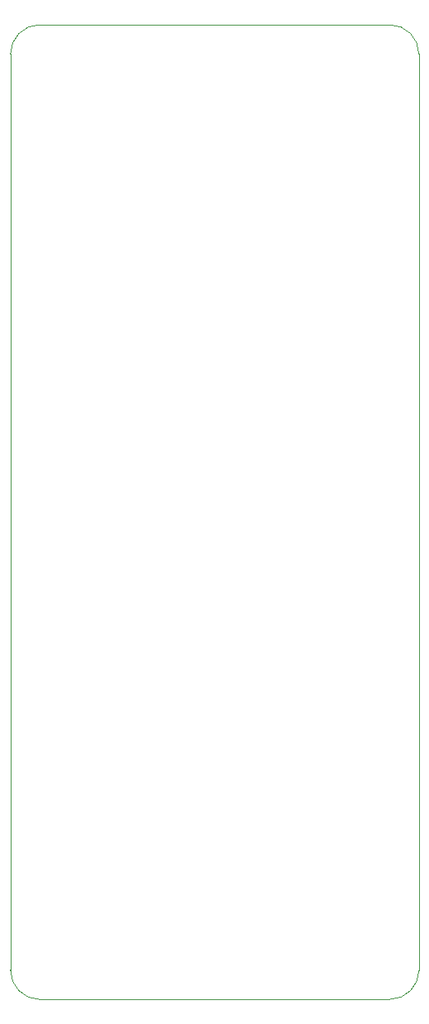
<source format=gm1>
%TF.GenerationSoftware,KiCad,Pcbnew,5.1.10-88a1d61d58~88~ubuntu20.10.1*%
%TF.CreationDate,2021-05-14T12:57:49-04:00*%
%TF.ProjectId,lick_detector_interface,6c69636b-5f64-4657-9465-63746f725f69,1.0*%
%TF.SameCoordinates,Original*%
%TF.FileFunction,Profile,NP*%
%FSLAX46Y46*%
G04 Gerber Fmt 4.6, Leading zero omitted, Abs format (unit mm)*
G04 Created by KiCad (PCBNEW 5.1.10-88a1d61d58~88~ubuntu20.10.1) date 2021-05-14 12:57:49*
%MOMM*%
%LPD*%
G01*
G04 APERTURE LIST*
%TA.AperFunction,Profile*%
%ADD10C,0.050000*%
%TD*%
G04 APERTURE END LIST*
D10*
X139000000Y-126000000D02*
X139000000Y-32000000D01*
X181000000Y-32000000D02*
X181000000Y-126000000D01*
X178000000Y-29000000D02*
X142000000Y-29000000D01*
X178000000Y-29000000D02*
G75*
G02*
X181000000Y-32000000I0J-3000000D01*
G01*
X181000000Y-126000000D02*
G75*
G02*
X178000000Y-129000000I-3000000J0D01*
G01*
X142000000Y-129000000D02*
X178000000Y-129000000D01*
X142000000Y-129000000D02*
G75*
G02*
X139000000Y-126000000I0J3000000D01*
G01*
X139000000Y-32000000D02*
G75*
G02*
X142000000Y-29000000I3000000J0D01*
G01*
M02*

</source>
